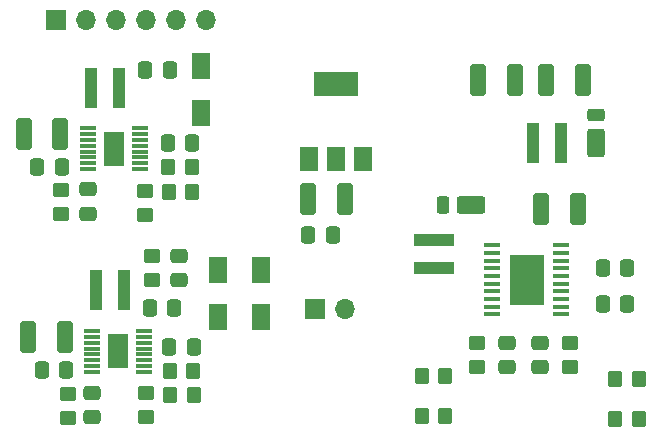
<source format=gbr>
%TF.GenerationSoftware,KiCad,Pcbnew,7.0.6-0*%
%TF.CreationDate,2024-01-22T13:27:35-05:00*%
%TF.ProjectId,regulators,72656775-6c61-4746-9f72-732e6b696361,rev?*%
%TF.SameCoordinates,Original*%
%TF.FileFunction,Soldermask,Top*%
%TF.FilePolarity,Negative*%
%FSLAX46Y46*%
G04 Gerber Fmt 4.6, Leading zero omitted, Abs format (unit mm)*
G04 Created by KiCad (PCBNEW 7.0.6-0) date 2024-01-22 13:27:35*
%MOMM*%
%LPD*%
G01*
G04 APERTURE LIST*
G04 Aperture macros list*
%AMRoundRect*
0 Rectangle with rounded corners*
0 $1 Rounding radius*
0 $2 $3 $4 $5 $6 $7 $8 $9 X,Y pos of 4 corners*
0 Add a 4 corners polygon primitive as box body*
4,1,4,$2,$3,$4,$5,$6,$7,$8,$9,$2,$3,0*
0 Add four circle primitives for the rounded corners*
1,1,$1+$1,$2,$3*
1,1,$1+$1,$4,$5*
1,1,$1+$1,$6,$7*
1,1,$1+$1,$8,$9*
0 Add four rect primitives between the rounded corners*
20,1,$1+$1,$2,$3,$4,$5,0*
20,1,$1+$1,$4,$5,$6,$7,0*
20,1,$1+$1,$6,$7,$8,$9,0*
20,1,$1+$1,$8,$9,$2,$3,0*%
G04 Aperture macros list end*
%ADD10RoundRect,0.250000X-0.475000X0.337500X-0.475000X-0.337500X0.475000X-0.337500X0.475000X0.337500X0*%
%ADD11RoundRect,0.250000X0.350000X0.450000X-0.350000X0.450000X-0.350000X-0.450000X0.350000X-0.450000X0*%
%ADD12R,1.425000X0.300000*%
%ADD13R,1.753000X2.947000*%
%ADD14R,0.980000X3.400000*%
%ADD15R,3.400000X0.980000*%
%ADD16RoundRect,0.250000X-0.500000X0.950000X-0.500000X-0.950000X0.500000X-0.950000X0.500000X0.950000X0*%
%ADD17RoundRect,0.250000X-0.500000X0.275000X-0.500000X-0.275000X0.500000X-0.275000X0.500000X0.275000X0*%
%ADD18RoundRect,0.250000X-0.412500X-1.100000X0.412500X-1.100000X0.412500X1.100000X-0.412500X1.100000X0*%
%ADD19R,1.700000X1.700000*%
%ADD20O,1.700000X1.700000*%
%ADD21RoundRect,0.250000X-0.337500X-0.475000X0.337500X-0.475000X0.337500X0.475000X-0.337500X0.475000X0*%
%ADD22RoundRect,0.250000X0.337500X0.475000X-0.337500X0.475000X-0.337500X-0.475000X0.337500X-0.475000X0*%
%ADD23R,1.600000X2.250000*%
%ADD24RoundRect,0.250000X-0.350000X-0.450000X0.350000X-0.450000X0.350000X0.450000X-0.350000X0.450000X0*%
%ADD25RoundRect,0.250000X-0.450000X0.350000X-0.450000X-0.350000X0.450000X-0.350000X0.450000X0.350000X0*%
%ADD26RoundRect,0.250000X0.450000X-0.350000X0.450000X0.350000X-0.450000X0.350000X-0.450000X-0.350000X0*%
%ADD27R,1.500000X2.000000*%
%ADD28R,3.800000X2.000000*%
%ADD29RoundRect,0.250000X-0.950000X-0.500000X0.950000X-0.500000X0.950000X0.500000X-0.950000X0.500000X0*%
%ADD30RoundRect,0.250000X-0.275000X-0.500000X0.275000X-0.500000X0.275000X0.500000X-0.275000X0.500000X0*%
%ADD31R,1.450000X0.450000*%
%ADD32R,3.000000X4.200000*%
%ADD33RoundRect,0.250000X0.412500X1.100000X-0.412500X1.100000X-0.412500X-1.100000X0.412500X-1.100000X0*%
G04 APERTURE END LIST*
D10*
%TO.C,CN3*%
X77355500Y-80948500D03*
X77355500Y-83023500D03*
%TD*%
D11*
%TO.C,RFB1_1*%
X107311000Y-79499000D03*
X105311000Y-79499000D03*
%TD*%
D12*
%TO.C,IC1*%
X77025000Y-58515000D03*
X77025000Y-59015000D03*
X77025000Y-59515000D03*
X77025000Y-60015000D03*
X77025000Y-60515000D03*
X77025000Y-61015000D03*
X77025000Y-61515000D03*
X77025000Y-62015000D03*
X81449000Y-62015000D03*
X81449000Y-61515000D03*
X81449000Y-61015000D03*
X81449000Y-60515000D03*
X81449000Y-60015000D03*
X81449000Y-59515000D03*
X81449000Y-59015000D03*
X81449000Y-58515000D03*
D13*
X79237000Y-60265000D03*
%TD*%
D14*
%TO.C,L2_1*%
X117106000Y-59820000D03*
X114736000Y-59820000D03*
%TD*%
D11*
%TO.C,RP4*%
X85878000Y-63976000D03*
X83878000Y-63976000D03*
%TD*%
D15*
%TO.C,L1_1*%
X106311000Y-70361000D03*
X106311000Y-67991000D03*
%TD*%
D16*
%TO.C,D1*%
X120027000Y-59782000D03*
D17*
X120027000Y-57407000D03*
%TD*%
D18*
%TO.C,CP1*%
X71589500Y-59055000D03*
X74714500Y-59055000D03*
%TD*%
D19*
%TO.C,J2*%
X96236000Y-73832000D03*
D20*
X98776000Y-73832000D03*
%TD*%
D21*
%TO.C,CVREF_1*%
X120640500Y-73409000D03*
X122715500Y-73409000D03*
%TD*%
D22*
%TO.C,CVREG_1*%
X122715500Y-70361000D03*
X120640500Y-70361000D03*
%TD*%
D23*
%TO.C,DP1*%
X86614000Y-53245000D03*
X86614000Y-57245000D03*
%TD*%
D24*
%TO.C,RP1*%
X83836000Y-61849000D03*
X85836000Y-61849000D03*
%TD*%
D21*
%TO.C,CN2*%
X83925500Y-77089000D03*
X86000500Y-77089000D03*
%TD*%
D25*
%TO.C,RP3*%
X81830000Y-63849000D03*
X81830000Y-65849000D03*
%TD*%
D11*
%TO.C,RFT1_1*%
X107295000Y-82928000D03*
X105295000Y-82928000D03*
%TD*%
D26*
%TO.C,RC2_1*%
X117868000Y-78721000D03*
X117868000Y-76721000D03*
%TD*%
D10*
%TO.C,CN5*%
X84709000Y-69320500D03*
X84709000Y-71395500D03*
%TD*%
D12*
%TO.C,IC2*%
X77376500Y-75692000D03*
X77376500Y-76192000D03*
X77376500Y-76692000D03*
X77376500Y-77192000D03*
X77376500Y-77692000D03*
X77376500Y-78192000D03*
X77376500Y-78692000D03*
X77376500Y-79192000D03*
X81800500Y-79192000D03*
X81800500Y-78692000D03*
X81800500Y-78192000D03*
X81800500Y-77692000D03*
X81800500Y-77192000D03*
X81800500Y-76692000D03*
X81800500Y-76192000D03*
X81800500Y-75692000D03*
D13*
X79588500Y-77442000D03*
%TD*%
D27*
%TO.C,U2*%
X95714000Y-61107000D03*
X98014000Y-61107000D03*
D28*
X98014000Y-54807000D03*
D27*
X100314000Y-61107000D03*
%TD*%
D22*
%TO.C,CP5*%
X83968500Y-53594000D03*
X81893500Y-53594000D03*
%TD*%
D14*
%TO.C,LP1*%
X77301000Y-55118000D03*
X79671000Y-55118000D03*
%TD*%
D19*
%TO.C,J1*%
X74295000Y-49403000D03*
D20*
X76835000Y-49403000D03*
X79375000Y-49403000D03*
X81915000Y-49403000D03*
X84455000Y-49403000D03*
X86995000Y-49403000D03*
%TD*%
D24*
%TO.C,RFT2_1*%
X121694000Y-83182000D03*
X123694000Y-83182000D03*
%TD*%
D22*
%TO.C,CN4*%
X75205500Y-78994000D03*
X73130500Y-78994000D03*
%TD*%
D29*
%TO.C,D2*%
X109447000Y-65027000D03*
D30*
X107072000Y-65027000D03*
%TD*%
D24*
%TO.C,RN1*%
X83963000Y-79121000D03*
X85963000Y-79121000D03*
%TD*%
D10*
%TO.C,CC1_1*%
X112534000Y-76705000D03*
X112534000Y-78780000D03*
%TD*%
D26*
%TO.C,RN5*%
X82423000Y-71358000D03*
X82423000Y-69358000D03*
%TD*%
D10*
%TO.C,CP3*%
X77004000Y-63722000D03*
X77004000Y-65797000D03*
%TD*%
D18*
%TO.C,CN1*%
X71970500Y-76200000D03*
X75095500Y-76200000D03*
%TD*%
D25*
%TO.C,RN3*%
X81927500Y-80970000D03*
X81927500Y-82970000D03*
%TD*%
D11*
%TO.C,RN4*%
X85975500Y-81097000D03*
X83975500Y-81097000D03*
%TD*%
D23*
%TO.C,DN1*%
X91694000Y-74517000D03*
X91694000Y-70517000D03*
%TD*%
%TO.C,DN2*%
X88011000Y-70517000D03*
X88011000Y-74517000D03*
%TD*%
D22*
%TO.C,CP4*%
X74824500Y-61849000D03*
X72749500Y-61849000D03*
%TD*%
D18*
%TO.C,COUT2_1*%
X115797500Y-54486000D03*
X118922500Y-54486000D03*
%TD*%
D26*
%TO.C,RC1_1*%
X109994000Y-78721000D03*
X109994000Y-76721000D03*
%TD*%
D31*
%TO.C,U1*%
X111223000Y-68449000D03*
X111223000Y-69099000D03*
X111223000Y-69749000D03*
X111223000Y-70399000D03*
X111223000Y-71049000D03*
X111223000Y-71699000D03*
X111223000Y-72349000D03*
X111223000Y-72999000D03*
X111223000Y-73649000D03*
X111223000Y-74299000D03*
X117123000Y-74299000D03*
X117123000Y-73649000D03*
X117123000Y-72999000D03*
X117123000Y-72349000D03*
X117123000Y-71699000D03*
X117123000Y-71049000D03*
X117123000Y-70399000D03*
X117123000Y-69749000D03*
X117123000Y-69099000D03*
X117123000Y-68449000D03*
D32*
X114173000Y-71374000D03*
%TD*%
D14*
%TO.C,LN1*%
X77682000Y-72263000D03*
X80052000Y-72263000D03*
%TD*%
D18*
%TO.C,CIN_1*%
X115378000Y-65408000D03*
X118503000Y-65408000D03*
%TD*%
D33*
%TO.C,C1*%
X98776000Y-64561000D03*
X95651000Y-64561000D03*
%TD*%
D21*
%TO.C,CN6*%
X82274500Y-73787000D03*
X84349500Y-73787000D03*
%TD*%
D10*
%TO.C,CC2_1*%
X115328000Y-76705000D03*
X115328000Y-78780000D03*
%TD*%
D25*
%TO.C,RP2*%
X74718000Y-63770000D03*
X74718000Y-65770000D03*
%TD*%
D21*
%TO.C,CP2*%
X83798500Y-59817000D03*
X85873500Y-59817000D03*
%TD*%
D18*
%TO.C,COUT1_1*%
X110044000Y-54486000D03*
X113169000Y-54486000D03*
%TD*%
D22*
%TO.C,C2*%
X97781500Y-67609000D03*
X95706500Y-67609000D03*
%TD*%
D11*
%TO.C,RFB2_1*%
X123694000Y-79753000D03*
X121694000Y-79753000D03*
%TD*%
D25*
%TO.C,RN2*%
X75311000Y-81042000D03*
X75311000Y-83042000D03*
%TD*%
M02*

</source>
